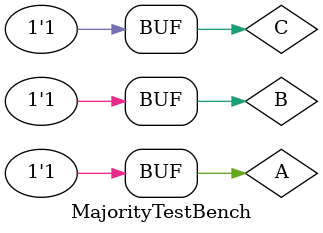
<source format=v>
`timescale 1ns / 1ps


module MajorityTestBench(

    );
    reg A;
    reg B;
    reg C;
    wire Y;
    Majority dut(.A(A),.B(B),.C(C),.Y(Y));
    initial begin
    A=0;
    B=0;
    C=0;
    #10;
    A=0;
    B=0;
    C=1;
    #10;
        
    A=0;
    B=1;
    C=0;
    #10;
    A=0;
    B=1;
    C=1;
    #10;
    
    
    A=1;
    B=0;
    C=0;
    #10;
    A=1;
    B=0;
    C=1;
    #10;
        
    A=1;
    B=1;
    C=0;
    #10;
    A=1;
    B=1;
    C=1;
    end
endmodule

</source>
